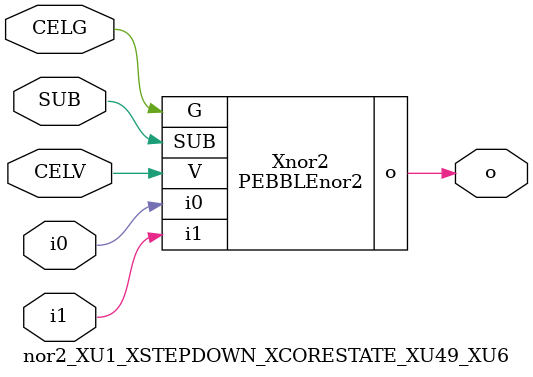
<source format=v>



module PEBBLEnor2 ( o, G, SUB, V, i0, i1 );

  input i0;
  input V;
  input i1;
  input G;
  output o;
  input SUB;
endmodule

//Celera Confidential Do Not Copy nor2_XU1_XSTEPDOWN_XCORESTATE_XU49_XU6
//Celera Confidential Symbol Generator
//nor2
module nor2_XU1_XSTEPDOWN_XCORESTATE_XU49_XU6 (CELV,CELG,i0,i1,o,SUB);
input CELV;
input CELG;
input i0;
input i1;
input SUB;
output o;

//Celera Confidential Do Not Copy nor2
PEBBLEnor2 Xnor2(
.V (CELV),
.i0 (i0),
.i1 (i1),
.o (o),
.SUB (SUB),
.G (CELG)
);
//,diesize,PEBBLEnor2

//Celera Confidential Do Not Copy Module End
//Celera Schematic Generator
endmodule

</source>
